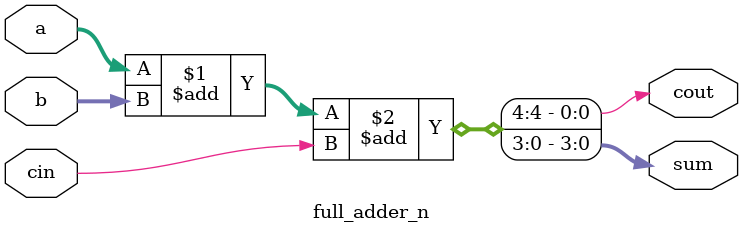
<source format=v>


module full_adder_n(a,b,cin,sum,cout);
	parameter N=4;	// number of bits
	input [N-1:0]a,b;
	input cin;
	output [N-1:0]sum;
	output cout;
	
			assign {cout,sum} = a+b+cin;
			// sum = a^b^cin;
			// cout = (a&b)|(b&cin)|(cin&a);
endmodule	 

/*
// BehavioraL Modeling 

module full_adder_n(a,b,cin,sum,cout);
	parameter N=4;	// number of bits
	input [N-1:0]a,b;
	input cin;
	output reg [N-1:0]sum;
	output reg cout;
	
	always @(a or b or cin)
	begin
		sum = a^b^cin;
		cout = (a&b)|(b&cin)|(cin&a);
	end	
endmodule	
*/



</source>
